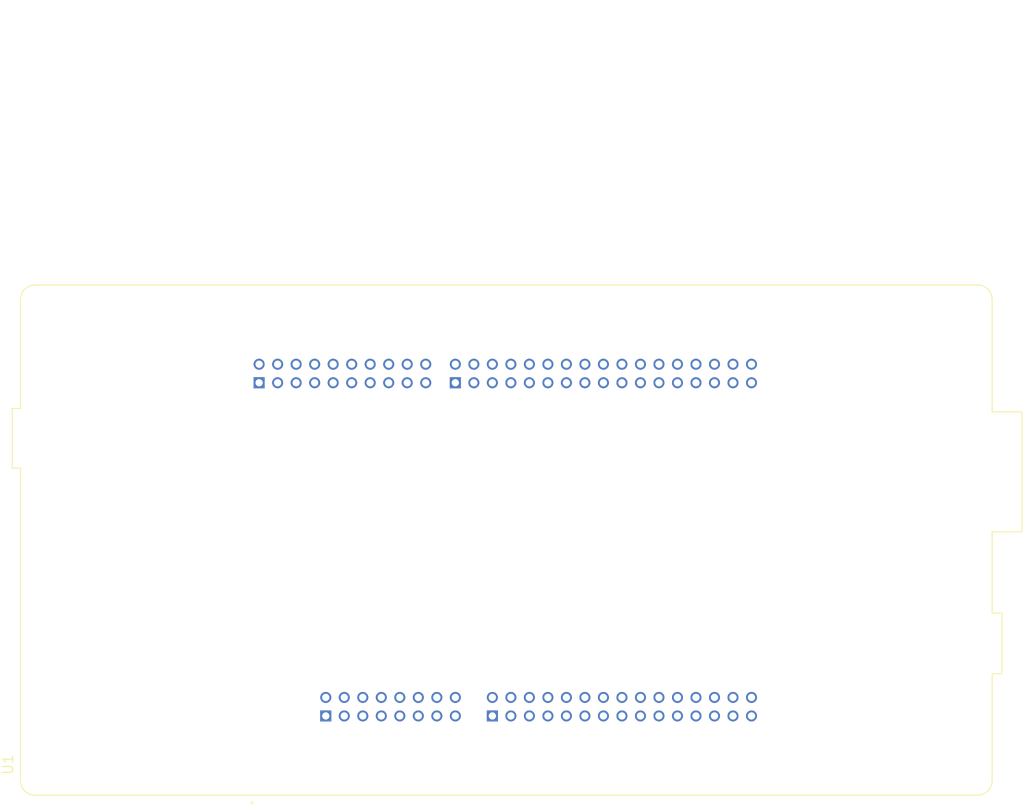
<source format=kicad_pcb>
(kicad_pcb (version 20240108) (generator "pcbnew") (generator_version "8.0")
  (layers (0 "F.Cu" signal) (31 "B.Cu" signal) (34 "B.Paste" user) (35 "F.Paste" user) (36 "B.SilkS" user "B.Silkscreen") (37 "F.SilkS" user "F.Silkscreen") (38 "B.Mask" user) (39 "F.Mask" user) (44 "Edge.Cuts" user))
  (net 0 "")
  (net 32 "Net-(U1D-GND_CN9-PadCN9_12)")
  (net 57 "Net-(U1F-GND_CN10-PadCN10_17)")
  (net 79 "Net-(U1C-GND_CN8-PadCN8_11)")
  (footprint "NUCLEO-H723ZG:MODULE_NUCLEOH723ZG" (layer "F.Cu") (at 147.32 98.552 90)
    (property "Reference" "U1" (at -30.805 -68.389 270) (layer "F.SilkS") (effects (font (size 1.4 1.4))))
    (property "Value" "NUCLEOH723ZG")
    (fp_line (start 18.07 -67.79) (end 9.87 -67.79) (stroke (width 0.127)) (layer "F.SilkS"))
    (fp_line (start 9.87 -67.79) (end 9.87 -66.67) (stroke (width 0.127)) (layer "F.SilkS"))
    (fp_line (start 33 -66.67) (end 18.07 -66.67) (stroke (width 0.127)) (layer "F.SilkS"))
    (fp_line (start 18.07 -66.67) (end 18.07 -67.79) (stroke (width 0.127)) (layer "F.SilkS"))
    (fp_line (start 9.87 -66.67) (end -33 -66.67) (stroke (width 0.127)) (layer "F.SilkS"))
    (fp_line (start -35 -64.67) (end -35 64.67) (stroke (width 0.127)) (layer "F.SilkS"))
    (fp_line (start 35 64.67) (end 35 -64.67) (stroke (width 0.127)) (layer "F.SilkS"))
    (fp_line (start 17.59 66.67) (end 33 66.67) (stroke (width 0.127)) (layer "F.SilkS"))
    (fp_line (start 1.14 66.67) (end 1.14 70.77) (stroke (width 0.127)) (layer "F.SilkS"))
    (fp_line (start -10.02 66.67) (end 1.14 66.67) (stroke (width 0.127)) (layer "F.SilkS"))
    (fp_line (start -18.34 66.67) (end -18.34 68.02) (stroke (width 0.127)) (layer "F.SilkS"))
    (fp_line (start -33 66.67) (end -18.34 66.67) (stroke (width 0.127)) (layer "F.SilkS"))
    (fp_line (start -10.02 68.02) (end -10.02 66.67) (stroke (width 0.127)) (layer "F.SilkS"))
    (fp_line (start -18.34 68.02) (end -10.02 68.02) (stroke (width 0.127)) (layer "F.SilkS"))
    (fp_line (start 17.59 70.77) (end 17.59 66.67) (stroke (width 0.127)) (layer "F.SilkS"))
    (fp_line (start 1.14 70.77) (end 17.59 70.77) (stroke (width 0.127)) (layer "F.SilkS"))
    (fp_arc (start 33 -66.67) (mid 34.414214 -66.084214) (end 35 -64.67) (stroke (width 0.127)) (layer "F.SilkS"))
    (fp_arc (start -35 -64.67) (mid -34.414214 -66.084214) (end -33 -66.67) (stroke (width 0.127)) (layer "F.SilkS"))
    (fp_arc (start 35 64.67) (mid 34.414214 66.084214) (end 33 66.67) (stroke (width 0.127)) (layer "F.SilkS"))
    (fp_arc (start -33 66.67) (mid -34.414214 66.084214) (end -35 64.67) (stroke (width 0.127)) (layer "F.SilkS"))
    (fp_circle (center -36.04 -34.93) (end -35.94 -34.93) (stroke (width 0.2)) (fill none) (layer "F.SilkS"))
    (fp_text user "" (at 73.66 -38.1 90) (layer "F.SilkS") (effects (justify left bottom)))
    (pad "" np_thru_hole circle (at -24.13 -38.74 90) (size 3.2 3.2) (drill 3.2) (layers "*.Cu" "*.Mask"))
    (pad "" np_thru_hole circle (at -22.86 37.46 90) (size 3.2 3.2) (drill 3.2) (layers "*.Cu" "*.Mask"))
    (pad "" np_thru_hole circle (at 8.89 13.33 90) (size 3.2 3.2) (drill 3.2) (layers "*.Cu" "*.Mask"))
    (pad "" np_thru_hole circle (at 22.86 37.46 90) (size 3.2 3.2) (drill 3.2) (layers "*.Cu" "*.Mask"))
    (pad "" np_thru_hole circle (at 24.13 -37.47 90) (size 3.2 3.2) (drill 3.2) (layers "*.Cu" "*.Mask"))
    (pad "CN7_1" thru_hole rect (at 21.59 -33.914 90) (size 1.508 1.508) (drill 1) (layers "*.Cu" "*.Mask"))
    (pad "CN7_2" thru_hole circle (at 24.13 -33.914 90) (size 1.508 1.508) (drill 1) (layers "*.Cu" "*.Mask"))
    (pad "CN7_3" thru_hole circle (at 21.59 -31.374 90) (size 1.508 1.508) (drill 1) (layers "*.Cu" "*.Mask"))
    (pad "CN7_4" thru_hole circle (at 24.13 -31.374 90) (size 1.508 1.508) (drill 1) (layers "*.Cu" "*.Mask"))
    (pad "CN7_5" thru_hole circle (at 21.59 -28.834 90) (size 1.508 1.508) (drill 1) (layers "*.Cu" "*.Mask"))
    (pad "CN7_6" thru_hole circle (at 24.13 -28.834 90) (size 1.508 1.508) (drill 1) (layers "*.Cu" "*.Mask"))
    (pad "CN7_7" thru_hole circle (at 21.59 -26.294 90) (size 1.508 1.508) (drill 1) (layers "*.Cu" "*.Mask"))
    (pad "CN7_8" thru_hole circle (at 24.13 -26.294 90) (size 1.508 1.508) (drill 1) (layers "*.Cu" "*.Mask"))
    (pad "CN7_9" thru_hole circle (at 21.59 -23.754 90) (size 1.508 1.508) (drill 1) (layers "*.Cu" "*.Mask"))
    (pad "CN7_10" thru_hole circle (at 24.13 -23.754 90) (size 1.508 1.508) (drill 1) (layers "*.Cu" "*.Mask"))
    (pad "CN7_11" thru_hole circle (at 21.59 -21.214 90) (size 1.508 1.508) (drill 1) (layers "*.Cu" "*.Mask"))
    (pad "CN7_12" thru_hole circle (at 24.13 -21.214 90) (size 1.508 1.508) (drill 1) (layers "*.Cu" "*.Mask"))
    (pad "CN7_13" thru_hole circle (at 21.59 -18.674 90) (size 1.508 1.508) (drill 1) (layers "*.Cu" "*.Mask"))
    (pad "CN7_14" thru_hole circle (at 24.13 -18.674 90) (size 1.508 1.508) (drill 1) (layers "*.Cu" "*.Mask"))
    (pad "CN7_15" thru_hole circle (at 21.59 -16.134 90) (size 1.508 1.508) (drill 1) (layers "*.Cu" "*.Mask"))
    (pad "CN7_16" thru_hole circle (at 24.13 -16.134 90) (size 1.508 1.508) (drill 1) (layers "*.Cu" "*.Mask"))
    (pad "CN7_17" thru_hole circle (at 21.59 -13.594 90) (size 1.508 1.508) (drill 1) (layers "*.Cu" "*.Mask"))
    (pad "CN7_18" thru_hole circle (at 24.13 -13.594 90) (size 1.508 1.508) (drill 1) (layers "*.Cu" "*.Mask"))
    (pad "CN7_19" thru_hole circle (at 21.59 -11.054 90) (size 1.508 1.508) (drill 1) (layers "*.Cu" "*.Mask"))
    (pad "CN7_20" thru_hole circle (at 24.13 -11.054 90) (size 1.508 1.508) (drill 1) (layers "*.Cu" "*.Mask"))
    (pad "CN8_1" thru_hole rect (at -24.13 -24.77 90) (size 1.508 1.508) (drill 1) (layers "*.Cu" "*.Mask"))
    (pad "CN8_2" thru_hole circle (at -21.59 -24.77 90) (size 1.508 1.508) (drill 1) (layers "*.Cu" "*.Mask"))
    (pad "CN8_3" thru_hole circle (at -24.13 -22.23 90) (size 1.508 1.508) (drill 1) (layers "*.Cu" "*.Mask"))
    (pad "CN8_4" thru_hole circle (at -21.59 -22.23 90) (size 1.508 1.508) (drill 1) (layers "*.Cu" "*.Mask"))
    (pad "CN8_5" thru_hole circle (at -24.13 -19.69 90) (size 1.508 1.508) (drill 1) (layers "*.Cu" "*.Mask"))
    (pad "CN8_6" thru_hole circle (at -21.59 -19.69 90) (size 1.508 1.508) (drill 1) (layers "*.Cu" "*.Mask"))
    (pad "CN8_7" thru_hole circle (at -24.13 -17.15 90) (size 1.508 1.508) (drill 1) (layers "*.Cu" "*.Mask"))
    (pad "CN8_8" thru_hole circle (at -21.59 -17.15 90) (size 1.508 1.508) (drill 1) (layers "*.Cu" "*.Mask"))
    (pad "CN8_9" thru_hole circle (at -24.13 -14.61 90) (size 1.508 1.508) (drill 1) (layers "*.Cu" "*.Mask"))
    (pad "CN8_10" thru_hole circle (at -21.59 -14.61 90) (size 1.508 1.508) (drill 1) (layers "*.Cu" "*.Mask"))
    (pad "CN8_11" thru_hole circle (at -24.13 -12.07 90) (size 1.508 1.508) (drill 1) (layers "*.Cu" "*.Mask") (net 79 "Net-(U1C-GND_CN8-PadCN8_11)"))
    (pad "CN8_12" thru_hole circle (at -21.59 -12.07 90) (size 1.508 1.508) (drill 1) (layers "*.Cu" "*.Mask"))
    (pad "CN8_13" thru_hole circle (at -24.13 -9.53 90) (size 1.508 1.508) (drill 1) (layers "*.Cu" "*.Mask") (net 79 "Net-(U1C-GND_CN8-PadCN8_11)"))
    (pad "CN8_14" thru_hole circle (at -21.59 -9.53 90) (size 1.508 1.508) (drill 1) (layers "*.Cu" "*.Mask"))
    (pad "CN8_15" thru_hole circle (at -24.13 -6.99 90) (size 1.508 1.508) (drill 1) (layers "*.Cu" "*.Mask"))
    (pad "CN8_16" thru_hole circle (at -21.59 -6.99 90) (size 1.508 1.508) (drill 1) (layers "*.Cu" "*.Mask"))
    (pad "CN9_1" thru_hole rect (at -24.13 -1.91 90) (size 1.508 1.508) (drill 1) (layers "*.Cu" "*.Mask"))
    (pad "CN9_2" thru_hole circle (at -21.59 -1.91 90) (size 1.508 1.508) (drill 1) (layers "*.Cu" "*.Mask"))
    (pad "CN9_3" thru_hole circle (at -24.13 0.63 90) (size 1.508 1.508) (drill 1) (layers "*.Cu" "*.Mask"))
    (pad "CN9_4" thru_hole circle (at -21.59 0.63 90) (size 1.508 1.508) (drill 1) (layers "*.Cu" "*.Mask"))
    (pad "CN9_5" thru_hole circle (at -24.13 3.17 90) (size 1.508 1.508) (drill 1) (layers "*.Cu" "*.Mask"))
    (pad "CN9_6" thru_hole circle (at -21.59 3.17 90) (size 1.508 1.508) (drill 1) (layers "*.Cu" "*.Mask"))
    (pad "CN9_7" thru_hole circle (at -24.13 5.71 90) (size 1.508 1.508) (drill 1) (layers "*.Cu" "*.Mask"))
    (pad "CN9_8" thru_hole circle (at -21.59 5.71 90) (size 1.508 1.508) (drill 1) (layers "*.Cu" "*.Mask"))
    (pad "CN9_9" thru_hole circle (at -24.13 8.25 90) (size 1.508 1.508) (drill 1) (layers "*.Cu" "*.Mask"))
    (pad "CN9_10" thru_hole circle (at -21.59 8.25 90) (size 1.508 1.508) (drill 1) (layers "*.Cu" "*.Mask"))
    (pad "CN9_11" thru_hole circle (at -24.13 10.79 90) (size 1.508 1.508) (drill 1) (layers "*.Cu" "*.Mask"))
    (pad "CN9_12" thru_hole circle (at -21.59 10.79 90) (size 1.508 1.508) (drill 1) (layers "*.Cu" "*.Mask") (net 32 "Net-(U1D-GND_CN9-PadCN9_12)"))
    (pad "CN9_13" thru_hole circle (at -24.13 13.33 90) (size 1.508 1.508) (drill 1) (layers "*.Cu" "*.Mask"))
    (pad "CN9_14" thru_hole circle (at -21.59 13.33 90) (size 1.508 1.508) (drill 1) (layers "*.Cu" "*.Mask"))
    (pad "CN9_15" thru_hole circle (at -24.13 15.87 90) (size 1.508 1.508) (drill 1) (layers "*.Cu" "*.Mask"))
    (pad "CN9_16" thru_hole circle (at -21.59 15.87 90) (size 1.508 1.508) (drill 1) (layers "*.Cu" "*.Mask"))
    (pad "CN9_17" thru_hole circle (at -24.13 18.41 90) (size 1.508 1.508) (drill 1) (layers "*.Cu" "*.Mask"))
    (pad "CN9_18" thru_hole circle (at -21.59 18.41 90) (size 1.508 1.508) (drill 1) (layers "*.Cu" "*.Mask"))
    (pad "CN9_19" thru_hole circle (at -24.13 20.95 90) (size 1.508 1.508) (drill 1) (layers "*.Cu" "*.Mask"))
    (pad "CN9_20" thru_hole circle (at -21.59 20.95 90) (size 1.508 1.508) (drill 1) (layers "*.Cu" "*.Mask"))
    (pad "CN9_21" thru_hole circle (at -24.13 23.49 90) (size 1.508 1.508) (drill 1) (layers "*.Cu" "*.Mask"))
    (pad "CN9_22" thru_hole circle (at -21.59 23.49 90) (size 1.508 1.508) (drill 1) (layers "*.Cu" "*.Mask"))
    (pad "CN9_23" thru_hole circle (at -24.13 26.03 90) (size 1.508 1.508) (drill 1) (layers "*.Cu" "*.Mask") (net 32 "Net-(U1D-GND_CN9-PadCN9_12)"))
    (pad "CN9_24" thru_hole circle (at -21.59 26.03 90) (size 1.508 1.508) (drill 1) (layers "*.Cu" "*.Mask"))
    (pad "CN9_25" thru_hole circle (at -24.13 28.57 90) (size 1.508 1.508) (drill 1) (layers "*.Cu" "*.Mask"))
    (pad "CN9_26" thru_hole circle (at -21.59 28.57 90) (size 1.508 1.508) (drill 1) (layers "*.Cu" "*.Mask"))
    (pad "CN9_27" thru_hole circle (at -24.13 31.11 90) (size 1.508 1.508) (drill 1) (layers "*.Cu" "*.Mask"))
    (pad "CN9_28" thru_hole circle (at -21.59 31.11 90) (size 1.508 1.508) (drill 1) (layers "*.Cu" "*.Mask"))
    (pad "CN9_29" thru_hole circle (at -24.13 33.65 90) (size 1.508 1.508) (drill 1) (layers "*.Cu" "*.Mask"))
    (pad "CN9_30" thru_hole circle (at -21.59 33.65 90) (size 1.508 1.508) (drill 1) (layers "*.Cu" "*.Mask"))
    (pad "CN10_1" thru_hole rect (at 21.59 -6.99 90) (size 1.508 1.508) (drill 1) (layers "*.Cu" "*.Mask"))
    (pad "CN10_2" thru_hole circle (at 24.13 -6.99 90) (size 1.508 1.508) (drill 1) (layers "*.Cu" "*.Mask"))
    (pad "CN10_3" thru_hole circle (at 21.59 -4.45 90) (size 1.508 1.508) (drill 1) (layers "*.Cu" "*.Mask"))
    (pad "CN10_4" thru_hole circle (at 24.13 -4.45 90) (size 1.508 1.508) (drill 1) (layers "*.Cu" "*.Mask"))
    (pad "CN10_5" thru_hole circle (at 21.59 -1.91 90) (size 1.508 1.508) (drill 1) (layers "*.Cu" "*.Mask") (net 57 "Net-(U1F-GND_CN10-PadCN10_17)"))
    (pad "CN10_6" thru_hole circle (at 24.13 -1.91 90) (size 1.508 1.508) (drill 1) (layers "*.Cu" "*.Mask"))
    (pad "CN10_7" thru_hole circle (at 21.59 0.63 90) (size 1.508 1.508) (drill 1) (layers "*.Cu" "*.Mask"))
    (pad "CN10_8" thru_hole circle (at 24.13 0.63 90) (size 1.508 1.508) (drill 1) (layers "*.Cu" "*.Mask"))
    (pad "CN10_9" thru_hole circle (at 21.59 3.17 90) (size 1.508 1.508) (drill 1) (layers "*.Cu" "*.Mask"))
    (pad "CN10_10" thru_hole circle (at 24.13 3.17 90) (size 1.508 1.508) (drill 1) (layers "*.Cu" "*.Mask"))
    (pad "CN10_11" thru_hole circle (at 21.59 5.71 90) (size 1.508 1.508) (drill 1) (layers "*.Cu" "*.Mask"))
    (pad "CN10_12" thru_hole circle (at 24.13 5.71 90) (size 1.508 1.508) (drill 1) (layers "*.Cu" "*.Mask"))
    (pad "CN10_13" thru_hole circle (at 21.59 8.25 90) (size 1.508 1.508) (drill 1) (layers "*.Cu" "*.Mask"))
    (pad "CN10_14" thru_hole circle (at 24.13 8.25 90) (size 1.508 1.508) (drill 1) (layers "*.Cu" "*.Mask"))
    (pad "CN10_15" thru_hole circle (at 21.59 10.79 90) (size 1.508 1.508) (drill 1) (layers "*.Cu" "*.Mask"))
    (pad "CN10_16" thru_hole circle (at 24.13 10.79 90) (size 1.508 1.508) (drill 1) (layers "*.Cu" "*.Mask"))
    (pad "CN10_17" thru_hole circle (at 21.59 13.33 90) (size 1.508 1.508) (drill 1) (layers "*.Cu" "*.Mask") (net 57 "Net-(U1F-GND_CN10-PadCN10_17)"))
    (pad "CN10_18" thru_hole circle (at 24.13 13.33 90) (size 1.508 1.508) (drill 1) (layers "*.Cu" "*.Mask"))
    (pad "CN10_19" thru_hole circle (at 21.59 15.87 90) (size 1.508 1.508) (drill 1) (layers "*.Cu" "*.Mask"))
    (pad "CN10_20" thru_hole circle (at 24.13 15.87 90) (size 1.508 1.508) (drill 1) (layers "*.Cu" "*.Mask"))
    (pad "CN10_21" thru_hole circle (at 21.59 18.41 90) (size 1.508 1.508) (drill 1) (layers "*.Cu" "*.Mask"))
    (pad "CN10_22" thru_hole circle (at 24.13 18.41 90) (size 1.508 1.508) (drill 1) (layers "*.Cu" "*.Mask") (net 57 "Net-(U1F-GND_CN10-PadCN10_17)"))
    (pad "CN10_23" thru_hole circle (at 21.59 20.95 90) (size 1.508 1.508) (drill 1) (layers "*.Cu" "*.Mask"))
    (pad "CN10_24" thru_hole circle (at 24.13 20.95 90) (size 1.508 1.508) (drill 1) (layers "*.Cu" "*.Mask"))
    (pad "CN10_25" thru_hole circle (at 21.59 23.49 90) (size 1.508 1.508) (drill 1) (layers "*.Cu" "*.Mask"))
    (pad "CN10_26" thru_hole circle (at 24.13 23.49 90) (size 1.508 1.508) (drill 1) (layers "*.Cu" "*.Mask"))
    (pad "CN10_27" thru_hole circle (at 21.59 26.03 90) (size 1.508 1.508) (drill 1) (layers "*.Cu" "*.Mask") (net 57 "Net-(U1F-GND_CN10-PadCN10_17)"))
    (pad "CN10_28" thru_hole circle (at 24.13 26.03 90) (size 1.508 1.508) (drill 1) (layers "*.Cu" "*.Mask"))
    (pad "CN10_29" thru_hole circle (at 21.59 28.57 90) (size 1.508 1.508) (drill 1) (layers "*.Cu" "*.Mask"))
    (pad "CN10_30" thru_hole circle (at 24.13 28.57 90) (size 1.508 1.508) (drill 1) (layers "*.Cu" "*.Mask"))
    (pad "CN10_31" thru_hole circle (at 21.59 31.11 90) (size 1.508 1.508) (drill 1) (layers "*.Cu" "*.Mask"))
    (pad "CN10_32" thru_hole circle (at 24.13 31.11 90) (size 1.508 1.508) (drill 1) (layers "*.Cu" "*.Mask"))
    (pad "CN10_33" thru_hole circle (at 21.59 33.65 90) (size 1.508 1.508) (drill 1) (layers "*.Cu" "*.Mask"))
    (pad "CN10_34" thru_hole circle (at 24.13 33.65 90) (size 1.508 1.508) (drill 1) (layers "*.Cu" "*.Mask"))
  )
)
</source>
